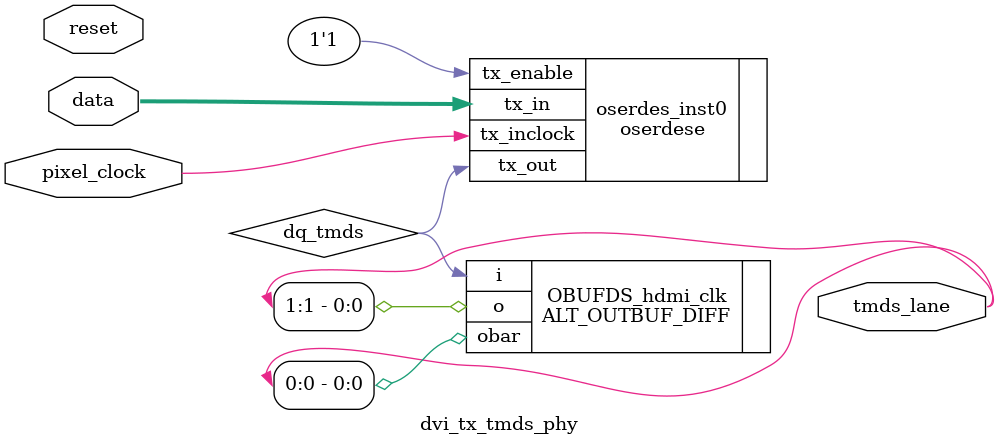
<source format=v>
module dvi_tx_tmds_phy(
	
	input				pixel_clock,
	//input				ddr_bit_clock,
	input				reset,
	input	[9 : 0]		data,
	output	[1 : 0]		tmds_lane
);
	
	reg reset_reg;
	
	wire cas_shift_1;
	wire cas_shift_2;
	
	wire dq_tmds;
	
	always@(posedge pixel_clock)begin
		if(reset)begin
			reset_reg <= 1'b1;
		end else begin
			reset_reg <= 1'b0;
		end
	end
	
	oserdese oserdes_inst0(
		.tx_enable		(1'b1),
		.tx_in			(data),
		.tx_inclock		(pixel_clock),
		.tx_out			(dq_tmds)
	);
	
	/*
	OSERDESE2 #(
		.DATA_RATE_OQ		("DDR"),
		.DATA_RATE_TQ		("SDR"),
		.DATA_WIDTH			(10),
		.INIT_OQ			(1'b0),
		.INIT_TQ			(1'b0),
		.SERDES_MODE		("MASTER"),
		.SRVAL_OQ			(1'b0),
		.SRVAL_TQ			(1'b0),
		.TBYTE_CTL			("FALSE"),
		.TBYTE_SRC			("FALSE"),
		.TRISTATE_WIDTH		(1)
	)master_oserdes(
		
		.CLK		(ddr_bit_clock),
		.CLKDIV		(pixel_clock),
		.RST		(reset_reg),
		
		.OFB		(),
		.TFB		(),
		.TQ			(),
		
		.OCE		(1),
		.D1			(data[0]),
		.D2			(data[1]),
		.D3			(data[2]),
		.D4			(data[3]),
		.D5			(data[4]),
		.D6			(data[5]),
		.D7			(data[6]),
		.D8			(data[7]),
		.OQ			(dq_tmds),
		
		.SHIFTIN1	(cas_shift_1),
		.SHIFTIN2	(cas_shift_2),
		.SHIFTOUT1	(),
		.SHIFTOUT2	(),
		
		.TCE		(1),
		.T1			(0),
		.T2			(0),
		.T3			(0),
		.T4			(0),
		.TBYTEIN	(0),
		.TBYTEOUT	()
	);
	
	OSERDESE2 #(
		.DATA_RATE_OQ		("DDR"),
		.DATA_RATE_TQ		("SDR"),
		.DATA_WIDTH			(10),
		.INIT_OQ			(1'b0),
		.INIT_TQ			(1'b0),
		.SERDES_MODE		("SLAVE"),
		.SRVAL_OQ			(1'b0),
		.SRVAL_TQ			(1'b0),
		.TBYTE_CTL			("FALSE"),
		.TBYTE_SRC			("FALSE"),
		.TRISTATE_WIDTH		(1)
	)slave_oserdes(
		
		.CLK		(ddr_bit_clock),
		.CLKDIV		(pixel_clock),
		.RST		(reset_reg),
		
		.OFB		(),
		.TFB		(),
		.TQ			(),
		
		.OCE		(1),
		.D1			(0),
		.D2			(0),
		.D3			(data[8]),
		.D4			(data[9]),
		.D5			(0),
		.D6			(0),
		.D7			(0),
		.D8			(0),
		.OQ			(),
		
		.SHIFTIN1	(0),
		.SHIFTIN2	(0),
		.SHIFTOUT1	(cas_shift_1),
		.SHIFTOUT2	(cas_shift_2),
		
		.TCE		(1),
		.T1			(0),
		.T2			(0),
		.T3			(0),
		.T4			(0),
		.TBYTEIN	(0),
		.TBYTEOUT	()
	);
	*/
	
	/*
	OBUFDS #(
		.IOSTANDARD	("DEFAULT"),
		.SLEW		("FAST")
	)OBUFDS_inst0(
		.I		(dq_tmds),
		.O		(tmds_lane[1]),
		.OB		(tmds_lane[0])
	);
	*/
	
	ALT_OUTBUF_DIFF OBUFDS_hdmi_clk(
		.i		(dq_tmds),
		.o		(tmds_lane[1]),
		.obar	(tmds_lane[0])
	);
	
	defparam OBUFDS_hdmi_clk.io_standard = "LVDS";
	defparam OBUFDS_hdmi_clk.current_strength = "none";
	defparam OBUFDS_hdmi_clk.current_strength_new = "none";
	defparam OBUFDS_hdmi_clk.slew_rate = -1;
	defparam OBUFDS_hdmi_clk.location = "none";
	defparam OBUFDS_hdmi_clk.enable_bus_hold = "none";
	defparam OBUFDS_hdmi_clk.weak_pull_up_resistor = "none"; 
	defparam OBUFDS_hdmi_clk.termination = "none"; 
	
endmodule

</source>
